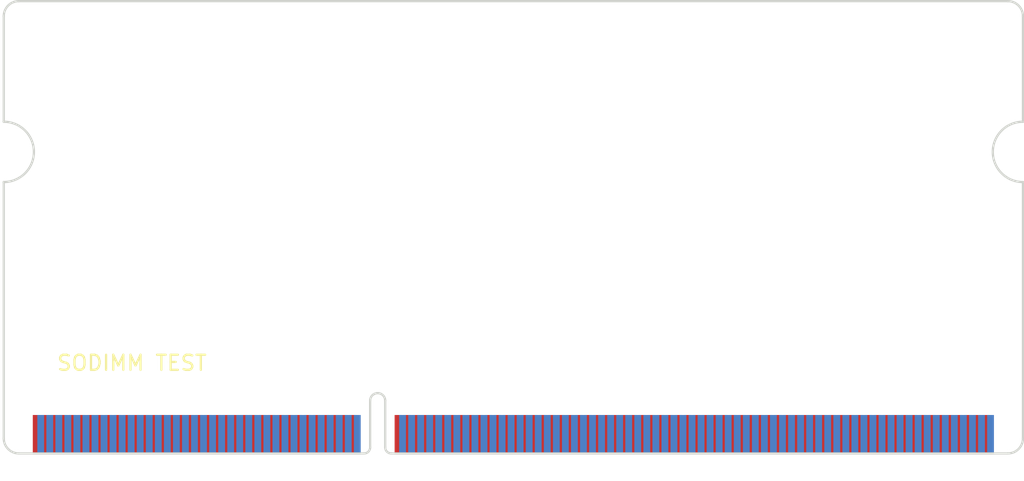
<source format=kicad_pcb>
(kicad_pcb (version 4) (host pcbnew 4.0.6+dfsg1-1)

  (general
    (links 0)
    (no_connects 0)
    (area 49.924999 49.924999 117.675001 80.075001)
    (thickness 1.6)
    (drawings 18)
    (tracks 0)
    (zones 0)
    (modules 1)
    (nets 1)
  )

  (page A4)
  (layers
    (0 F.Cu signal)
    (31 B.Cu signal)
    (32 B.Adhes user)
    (33 F.Adhes user)
    (34 B.Paste user)
    (35 F.Paste user)
    (36 B.SilkS user)
    (37 F.SilkS user)
    (38 B.Mask user)
    (39 F.Mask user)
    (40 Dwgs.User user)
    (41 Cmts.User user)
    (42 Eco1.User user)
    (43 Eco2.User user)
    (44 Edge.Cuts user)
    (45 Margin user)
    (46 B.CrtYd user)
    (47 F.CrtYd user)
    (48 B.Fab user)
    (49 F.Fab user)
  )

  (setup
    (last_trace_width 0.25)
    (trace_clearance 0.2)
    (zone_clearance 0.508)
    (zone_45_only no)
    (trace_min 0.2)
    (segment_width 0.2)
    (edge_width 0.15)
    (via_size 0.6)
    (via_drill 0.4)
    (via_min_size 0.4)
    (via_min_drill 0.3)
    (uvia_size 0.3)
    (uvia_drill 0.1)
    (uvias_allowed no)
    (uvia_min_size 0.2)
    (uvia_min_drill 0.1)
    (pcb_text_width 0.3)
    (pcb_text_size 1.5 1.5)
    (mod_edge_width 0.15)
    (mod_text_size 1 1)
    (mod_text_width 0.15)
    (pad_size 1.524 1.524)
    (pad_drill 0.762)
    (pad_to_mask_clearance 0.2)
    (aux_axis_origin 0 0)
    (visible_elements FFFFFF7F)
    (pcbplotparams
      (layerselection 0x010e0_80000001)
      (usegerberextensions false)
      (excludeedgelayer true)
      (linewidth 0.100000)
      (plotframeref false)
      (viasonmask false)
      (mode 1)
      (useauxorigin false)
      (hpglpennumber 1)
      (hpglpenspeed 20)
      (hpglpendiameter 15)
      (hpglpenoverlay 2)
      (psnegative false)
      (psa4output false)
      (plotreference true)
      (plotvalue true)
      (plotinvisibletext false)
      (padsonsilk false)
      (subtractmaskfromsilk false)
      (outputformat 1)
      (mirror false)
      (drillshape 0)
      (scaleselection 1)
      (outputdirectory /home/jakob/Desktop/Blarg/))
  )

  (net 0 "")

  (net_class Default "This is the default net class."
    (clearance 0.2)
    (trace_width 0.25)
    (via_dia 0.6)
    (via_drill 0.4)
    (uvia_dia 0.3)
    (uvia_drill 0.1)
  )

  (module SODIMM:SODIMM_DDR3_EDGE (layer F.Cu) (tedit 5ACAB60F) (tstamp 5AD24E53)
    (at 50 80)
    (fp_text reference "SODIMM TEST" (at 8.5 -6) (layer F.SilkS)
      (effects (font (size 1 1) (thickness 0.15)))
    )
    (fp_text value "SODIMM DDR3 EDGE" (at 9.5 1) (layer F.Fab)
      (effects (font (size 1 1) (thickness 0.15)))
    )
    (pad 1 smd rect (at 2.15 -1.3) (size 0.45 2.5) (layers F.Cu F.Mask))
    (pad 2 smd rect (at 2.45 -1.3) (size 0.45 2.5) (layers B.Cu B.Mask))
    (pad 3 smd rect (at 2.75 -1.3) (size 0.45 2.5) (layers F.Cu F.Mask))
    (pad 4 smd rect (at 3.05 -1.3) (size 0.45 2.5) (layers B.Cu B.Mask))
    (pad 5 smd rect (at 3.35 -1.3) (size 0.45 2.5) (layers F.Cu F.Mask))
    (pad 6 smd rect (at 3.65 -1.3) (size 0.45 2.5) (layers B.Cu B.Mask))
    (pad 7 smd rect (at 3.95 -1.3) (size 0.45 2.5) (layers F.Cu F.Mask))
    (pad 8 smd rect (at 4.25 -1.3) (size 0.45 2.5) (layers B.Cu B.Mask))
    (pad 9 smd rect (at 4.55 -1.3) (size 0.45 2.5) (layers F.Cu F.Mask))
    (pad 10 smd rect (at 4.85 -1.3) (size 0.45 2.5) (layers B.Cu B.Mask))
    (pad 11 smd rect (at 5.15 -1.3) (size 0.45 2.5) (layers F.Cu F.Mask))
    (pad 12 smd rect (at 5.45 -1.3) (size 0.45 2.5) (layers B.Cu B.Mask))
    (pad 13 smd rect (at 5.75 -1.3) (size 0.45 2.5) (layers F.Cu F.Mask))
    (pad 14 smd rect (at 6.05 -1.3) (size 0.45 2.5) (layers B.Cu B.Mask))
    (pad 15 smd rect (at 6.35 -1.3) (size 0.45 2.5) (layers F.Cu F.Mask))
    (pad 16 smd rect (at 6.65 -1.3) (size 0.45 2.5) (layers B.Cu B.Mask))
    (pad 17 smd rect (at 6.95 -1.3) (size 0.45 2.5) (layers F.Cu F.Mask))
    (pad 18 smd rect (at 7.25 -1.3) (size 0.45 2.5) (layers B.Cu B.Mask))
    (pad 19 smd rect (at 7.55 -1.3) (size 0.45 2.5) (layers F.Cu F.Mask))
    (pad 20 smd rect (at 7.85 -1.3) (size 0.45 2.5) (layers B.Cu B.Mask))
    (pad 21 smd rect (at 8.15 -1.3) (size 0.45 2.5) (layers F.Cu F.Mask))
    (pad 22 smd rect (at 8.45 -1.3) (size 0.45 2.5) (layers B.Cu B.Mask))
    (pad 23 smd rect (at 8.75 -1.3) (size 0.45 2.5) (layers F.Cu F.Mask))
    (pad 24 smd rect (at 9.05 -1.3) (size 0.45 2.5) (layers B.Cu B.Mask))
    (pad 25 smd rect (at 9.35 -1.3) (size 0.45 2.5) (layers F.Cu F.Mask))
    (pad 26 smd rect (at 9.65 -1.3) (size 0.45 2.5) (layers B.Cu B.Mask))
    (pad 27 smd rect (at 9.95 -1.3) (size 0.45 2.5) (layers F.Cu F.Mask))
    (pad 28 smd rect (at 10.25 -1.3) (size 0.45 2.5) (layers B.Cu B.Mask))
    (pad 29 smd rect (at 10.55 -1.3) (size 0.45 2.5) (layers F.Cu F.Mask))
    (pad 30 smd rect (at 10.85 -1.3) (size 0.45 2.5) (layers B.Cu B.Mask))
    (pad 31 smd rect (at 11.15 -1.3) (size 0.45 2.5) (layers F.Cu F.Mask))
    (pad 32 smd rect (at 11.45 -1.3) (size 0.45 2.5) (layers B.Cu B.Mask))
    (pad 33 smd rect (at 11.75 -1.3) (size 0.45 2.5) (layers F.Cu F.Mask))
    (pad 34 smd rect (at 12.05 -1.3) (size 0.45 2.5) (layers B.Cu B.Mask))
    (pad 35 smd rect (at 12.35 -1.3) (size 0.45 2.5) (layers F.Cu F.Mask))
    (pad 36 smd rect (at 12.65 -1.3) (size 0.45 2.5) (layers B.Cu B.Mask))
    (pad 37 smd rect (at 12.95 -1.3) (size 0.45 2.5) (layers F.Cu F.Mask))
    (pad 38 smd rect (at 13.25 -1.3) (size 0.45 2.5) (layers B.Cu B.Mask))
    (pad 39 smd rect (at 13.55 -1.3) (size 0.45 2.5) (layers F.Cu F.Mask))
    (pad 40 smd rect (at 13.85 -1.3) (size 0.45 2.5) (layers B.Cu B.Mask))
    (pad 41 smd rect (at 14.15 -1.3) (size 0.45 2.5) (layers F.Cu F.Mask))
    (pad 42 smd rect (at 14.45 -1.3) (size 0.45 2.5) (layers B.Cu B.Mask))
    (pad 43 smd rect (at 14.75 -1.3) (size 0.45 2.5) (layers F.Cu F.Mask))
    (pad 44 smd rect (at 15.05 -1.3) (size 0.45 2.5) (layers B.Cu B.Mask))
    (pad 45 smd rect (at 15.35 -1.3) (size 0.45 2.5) (layers F.Cu F.Mask))
    (pad 46 smd rect (at 15.65 -1.3) (size 0.45 2.5) (layers B.Cu B.Mask))
    (pad 47 smd rect (at 15.95 -1.3) (size 0.45 2.5) (layers F.Cu F.Mask))
    (pad 48 smd rect (at 16.25 -1.3) (size 0.45 2.5) (layers B.Cu B.Mask))
    (pad 49 smd rect (at 16.55 -1.3) (size 0.45 2.5) (layers F.Cu F.Mask))
    (pad 50 smd rect (at 16.85 -1.3) (size 0.45 2.5) (layers B.Cu B.Mask))
    (pad 51 smd rect (at 17.15 -1.3) (size 0.45 2.5) (layers F.Cu F.Mask))
    (pad 52 smd rect (at 17.45 -1.3) (size 0.45 2.5) (layers B.Cu B.Mask))
    (pad 53 smd rect (at 17.75 -1.3) (size 0.45 2.5) (layers F.Cu F.Mask))
    (pad 54 smd rect (at 18.05 -1.3) (size 0.45 2.5) (layers B.Cu B.Mask))
    (pad 55 smd rect (at 18.35 -1.3) (size 0.45 2.5) (layers F.Cu F.Mask))
    (pad 56 smd rect (at 18.65 -1.3) (size 0.45 2.5) (layers B.Cu B.Mask))
    (pad 57 smd rect (at 18.95 -1.3) (size 0.45 2.5) (layers F.Cu F.Mask))
    (pad 58 smd rect (at 19.25 -1.3) (size 0.45 2.5) (layers B.Cu B.Mask))
    (pad 59 smd rect (at 19.55 -1.3) (size 0.45 2.5) (layers F.Cu F.Mask))
    (pad 60 smd rect (at 19.85 -1.3) (size 0.45 2.5) (layers B.Cu B.Mask))
    (pad 61 smd rect (at 20.15 -1.3) (size 0.45 2.5) (layers F.Cu F.Mask))
    (pad 62 smd rect (at 20.45 -1.3) (size 0.45 2.5) (layers B.Cu B.Mask))
    (pad 63 smd rect (at 20.75 -1.3) (size 0.45 2.5) (layers F.Cu F.Mask))
    (pad 64 smd rect (at 21.05 -1.3) (size 0.45 2.5) (layers B.Cu B.Mask))
    (pad 65 smd rect (at 21.35 -1.3) (size 0.45 2.5) (layers F.Cu F.Mask))
    (pad 66 smd rect (at 21.65 -1.3) (size 0.45 2.5) (layers B.Cu B.Mask))
    (pad 67 smd rect (at 21.95 -1.3) (size 0.45 2.5) (layers F.Cu F.Mask))
    (pad 68 smd rect (at 22.25 -1.3) (size 0.45 2.5) (layers B.Cu B.Mask))
    (pad 69 smd rect (at 22.55 -1.3) (size 0.45 2.5) (layers F.Cu F.Mask))
    (pad 70 smd rect (at 22.85 -1.3) (size 0.45 2.5) (layers B.Cu B.Mask))
    (pad 71 smd rect (at 23.15 -1.3) (size 0.45 2.5) (layers F.Cu F.Mask))
    (pad 72 smd rect (at 23.45 -1.3) (size 0.45 2.5) (layers B.Cu B.Mask))
    (pad 73 smd rect (at 26.15 -1.3) (size 0.45 2.5) (layers F.Cu F.Mask))
    (pad 74 smd rect (at 26.45 -1.3) (size 0.45 2.5) (layers B.Cu B.Mask))
    (pad 75 smd rect (at 26.75 -1.3) (size 0.45 2.5) (layers F.Cu F.Mask))
    (pad 76 smd rect (at 27.05 -1.3) (size 0.45 2.5) (layers B.Cu B.Mask))
    (pad 77 smd rect (at 27.35 -1.3) (size 0.45 2.5) (layers F.Cu F.Mask))
    (pad 78 smd rect (at 27.65 -1.3) (size 0.45 2.5) (layers B.Cu B.Mask))
    (pad 79 smd rect (at 27.95 -1.3) (size 0.45 2.5) (layers F.Cu F.Mask))
    (pad 80 smd rect (at 28.25 -1.3) (size 0.45 2.5) (layers B.Cu B.Mask))
    (pad 81 smd rect (at 28.55 -1.3) (size 0.45 2.5) (layers F.Cu F.Mask))
    (pad 82 smd rect (at 28.85 -1.3) (size 0.45 2.5) (layers B.Cu B.Mask))
    (pad 83 smd rect (at 29.15 -1.3) (size 0.45 2.5) (layers F.Cu F.Mask))
    (pad 84 smd rect (at 29.45 -1.3) (size 0.45 2.5) (layers B.Cu B.Mask))
    (pad 85 smd rect (at 29.75 -1.3) (size 0.45 2.5) (layers F.Cu F.Mask))
    (pad 86 smd rect (at 30.05 -1.3) (size 0.45 2.5) (layers B.Cu B.Mask))
    (pad 87 smd rect (at 30.35 -1.3) (size 0.45 2.5) (layers F.Cu F.Mask))
    (pad 88 smd rect (at 30.65 -1.3) (size 0.45 2.5) (layers B.Cu B.Mask))
    (pad 89 smd rect (at 30.95 -1.3) (size 0.45 2.5) (layers F.Cu F.Mask))
    (pad 90 smd rect (at 31.25 -1.3) (size 0.45 2.5) (layers B.Cu B.Mask))
    (pad 91 smd rect (at 31.55 -1.3) (size 0.45 2.5) (layers F.Cu F.Mask))
    (pad 92 smd rect (at 31.85 -1.3) (size 0.45 2.5) (layers B.Cu B.Mask))
    (pad 93 smd rect (at 32.15 -1.3) (size 0.45 2.5) (layers F.Cu F.Mask))
    (pad 94 smd rect (at 32.45 -1.3) (size 0.45 2.5) (layers B.Cu B.Mask))
    (pad 95 smd rect (at 32.75 -1.3) (size 0.45 2.5) (layers F.Cu F.Mask))
    (pad 96 smd rect (at 33.05 -1.3) (size 0.45 2.5) (layers B.Cu B.Mask))
    (pad 97 smd rect (at 33.35 -1.3) (size 0.45 2.5) (layers F.Cu F.Mask))
    (pad 98 smd rect (at 33.65 -1.3) (size 0.45 2.5) (layers B.Cu B.Mask))
    (pad 99 smd rect (at 33.95 -1.3) (size 0.45 2.5) (layers F.Cu F.Mask))
    (pad 100 smd rect (at 34.25 -1.3) (size 0.45 2.5) (layers B.Cu B.Mask))
    (pad 101 smd rect (at 34.55 -1.3) (size 0.45 2.5) (layers F.Cu F.Mask))
    (pad 102 smd rect (at 34.85 -1.3) (size 0.45 2.5) (layers B.Cu B.Mask))
    (pad 103 smd rect (at 35.15 -1.3) (size 0.45 2.5) (layers F.Cu F.Mask))
    (pad 104 smd rect (at 35.45 -1.3) (size 0.45 2.5) (layers B.Cu B.Mask))
    (pad 105 smd rect (at 35.75 -1.3) (size 0.45 2.5) (layers F.Cu F.Mask))
    (pad 106 smd rect (at 36.05 -1.3) (size 0.45 2.5) (layers B.Cu B.Mask))
    (pad 107 smd rect (at 36.35 -1.3) (size 0.45 2.5) (layers F.Cu F.Mask))
    (pad 108 smd rect (at 36.65 -1.3) (size 0.45 2.5) (layers B.Cu B.Mask))
    (pad 109 smd rect (at 36.95 -1.3) (size 0.45 2.5) (layers F.Cu F.Mask))
    (pad 110 smd rect (at 37.25 -1.3) (size 0.45 2.5) (layers B.Cu B.Mask))
    (pad 111 smd rect (at 37.55 -1.3) (size 0.45 2.5) (layers F.Cu F.Mask))
    (pad 112 smd rect (at 37.85 -1.3) (size 0.45 2.5) (layers B.Cu B.Mask))
    (pad 113 smd rect (at 38.15 -1.3) (size 0.45 2.5) (layers F.Cu F.Mask))
    (pad 114 smd rect (at 38.45 -1.3) (size 0.45 2.5) (layers B.Cu B.Mask))
    (pad 115 smd rect (at 38.75 -1.3) (size 0.45 2.5) (layers F.Cu F.Mask))
    (pad 116 smd rect (at 39.05 -1.3) (size 0.45 2.5) (layers B.Cu B.Mask))
    (pad 117 smd rect (at 39.35 -1.3) (size 0.45 2.5) (layers F.Cu F.Mask))
    (pad 118 smd rect (at 39.65 -1.3) (size 0.45 2.5) (layers B.Cu B.Mask))
    (pad 119 smd rect (at 39.95 -1.3) (size 0.45 2.5) (layers F.Cu F.Mask))
    (pad 120 smd rect (at 40.25 -1.3) (size 0.45 2.5) (layers B.Cu B.Mask))
    (pad 121 smd rect (at 40.55 -1.3) (size 0.45 2.5) (layers F.Cu F.Mask))
    (pad 122 smd rect (at 40.85 -1.3) (size 0.45 2.5) (layers B.Cu B.Mask))
    (pad 123 smd rect (at 41.15 -1.3) (size 0.45 2.5) (layers F.Cu F.Mask))
    (pad 124 smd rect (at 41.45 -1.3) (size 0.45 2.5) (layers B.Cu B.Mask))
    (pad 125 smd rect (at 41.75 -1.3) (size 0.45 2.5) (layers F.Cu F.Mask))
    (pad 126 smd rect (at 42.05 -1.3) (size 0.45 2.5) (layers B.Cu B.Mask))
    (pad 127 smd rect (at 42.35 -1.3) (size 0.45 2.5) (layers F.Cu F.Mask))
    (pad 128 smd rect (at 42.65 -1.3) (size 0.45 2.5) (layers B.Cu B.Mask))
    (pad 129 smd rect (at 42.95 -1.3) (size 0.45 2.5) (layers F.Cu F.Mask))
    (pad 130 smd rect (at 43.25 -1.3) (size 0.45 2.5) (layers B.Cu B.Mask))
    (pad 131 smd rect (at 43.55 -1.3) (size 0.45 2.5) (layers F.Cu F.Mask))
    (pad 132 smd rect (at 43.85 -1.3) (size 0.45 2.5) (layers B.Cu B.Mask))
    (pad 133 smd rect (at 44.15 -1.3) (size 0.45 2.5) (layers F.Cu F.Mask))
    (pad 134 smd rect (at 44.45 -1.3) (size 0.45 2.5) (layers B.Cu B.Mask))
    (pad 135 smd rect (at 44.75 -1.3) (size 0.45 2.5) (layers F.Cu F.Mask))
    (pad 136 smd rect (at 45.05 -1.3) (size 0.45 2.5) (layers B.Cu B.Mask))
    (pad 137 smd rect (at 45.35 -1.3) (size 0.45 2.5) (layers F.Cu F.Mask))
    (pad 138 smd rect (at 45.65 -1.3) (size 0.45 2.5) (layers B.Cu B.Mask))
    (pad 139 smd rect (at 45.95 -1.3) (size 0.45 2.5) (layers F.Cu F.Mask))
    (pad 140 smd rect (at 46.25 -1.3) (size 0.45 2.5) (layers B.Cu B.Mask))
    (pad 141 smd rect (at 46.55 -1.3) (size 0.45 2.5) (layers F.Cu F.Mask))
    (pad 142 smd rect (at 46.85 -1.3) (size 0.45 2.5) (layers B.Cu B.Mask))
    (pad 143 smd rect (at 47.15 -1.3) (size 0.45 2.5) (layers F.Cu F.Mask))
    (pad 144 smd rect (at 47.45 -1.3) (size 0.45 2.5) (layers B.Cu B.Mask))
    (pad 145 smd rect (at 47.75 -1.3) (size 0.45 2.5) (layers F.Cu F.Mask))
    (pad 146 smd rect (at 48.05 -1.3) (size 0.45 2.5) (layers B.Cu B.Mask))
    (pad 147 smd rect (at 48.35 -1.3) (size 0.45 2.5) (layers F.Cu F.Mask))
    (pad 148 smd rect (at 48.65 -1.3) (size 0.45 2.5) (layers B.Cu B.Mask))
    (pad 149 smd rect (at 48.95 -1.3) (size 0.45 2.5) (layers F.Cu F.Mask))
    (pad 150 smd rect (at 49.25 -1.3) (size 0.45 2.5) (layers B.Cu B.Mask))
    (pad 151 smd rect (at 49.55 -1.3) (size 0.45 2.5) (layers F.Cu F.Mask))
    (pad 152 smd rect (at 49.85 -1.3) (size 0.45 2.5) (layers B.Cu B.Mask))
    (pad 153 smd rect (at 50.15 -1.3) (size 0.45 2.5) (layers F.Cu F.Mask))
    (pad 154 smd rect (at 50.45 -1.3) (size 0.45 2.5) (layers B.Cu B.Mask))
    (pad 155 smd rect (at 50.75 -1.3) (size 0.45 2.5) (layers F.Cu F.Mask))
    (pad 156 smd rect (at 51.05 -1.3) (size 0.45 2.5) (layers B.Cu B.Mask))
    (pad 157 smd rect (at 51.35 -1.3) (size 0.45 2.5) (layers F.Cu F.Mask))
    (pad 158 smd rect (at 51.65 -1.3) (size 0.45 2.5) (layers B.Cu B.Mask))
    (pad 159 smd rect (at 51.95 -1.3) (size 0.45 2.5) (layers F.Cu F.Mask))
    (pad 160 smd rect (at 52.25 -1.3) (size 0.45 2.5) (layers B.Cu B.Mask))
    (pad 161 smd rect (at 52.55 -1.3) (size 0.45 2.5) (layers F.Cu F.Mask))
    (pad 162 smd rect (at 52.85 -1.3) (size 0.45 2.5) (layers B.Cu B.Mask))
    (pad 163 smd rect (at 53.15 -1.3) (size 0.45 2.5) (layers F.Cu F.Mask))
    (pad 164 smd rect (at 53.45 -1.3) (size 0.45 2.5) (layers B.Cu B.Mask))
    (pad 165 smd rect (at 53.75 -1.3) (size 0.45 2.5) (layers F.Cu F.Mask))
    (pad 166 smd rect (at 54.05 -1.3) (size 0.45 2.5) (layers B.Cu B.Mask))
    (pad 167 smd rect (at 54.35 -1.3) (size 0.45 2.5) (layers F.Cu F.Mask))
    (pad 168 smd rect (at 54.65 -1.3) (size 0.45 2.5) (layers B.Cu B.Mask))
    (pad 169 smd rect (at 54.95 -1.3) (size 0.45 2.5) (layers F.Cu F.Mask))
    (pad 170 smd rect (at 55.25 -1.3) (size 0.45 2.5) (layers B.Cu B.Mask))
    (pad 171 smd rect (at 55.55 -1.3) (size 0.45 2.5) (layers F.Cu F.Mask))
    (pad 172 smd rect (at 55.85 -1.3) (size 0.45 2.5) (layers B.Cu B.Mask))
    (pad 173 smd rect (at 56.15 -1.3) (size 0.45 2.5) (layers F.Cu F.Mask))
    (pad 174 smd rect (at 56.45 -1.3) (size 0.45 2.5) (layers B.Cu B.Mask))
    (pad 175 smd rect (at 56.75 -1.3) (size 0.45 2.5) (layers F.Cu F.Mask))
    (pad 176 smd rect (at 57.05 -1.3) (size 0.45 2.5) (layers B.Cu B.Mask))
    (pad 177 smd rect (at 57.35 -1.3) (size 0.45 2.5) (layers F.Cu F.Mask))
    (pad 178 smd rect (at 57.65 -1.3) (size 0.45 2.5) (layers B.Cu B.Mask))
    (pad 179 smd rect (at 57.95 -1.3) (size 0.45 2.5) (layers F.Cu F.Mask))
    (pad 180 smd rect (at 58.25 -1.3) (size 0.45 2.5) (layers B.Cu B.Mask))
    (pad 181 smd rect (at 58.55 -1.3) (size 0.45 2.5) (layers F.Cu F.Mask))
    (pad 182 smd rect (at 58.85 -1.3) (size 0.45 2.5) (layers B.Cu B.Mask))
    (pad 183 smd rect (at 59.15 -1.3) (size 0.45 2.5) (layers F.Cu F.Mask))
    (pad 184 smd rect (at 59.45 -1.3) (size 0.45 2.5) (layers B.Cu B.Mask))
    (pad 185 smd rect (at 59.75 -1.3) (size 0.45 2.5) (layers F.Cu F.Mask))
    (pad 186 smd rect (at 60.05 -1.3) (size 0.45 2.5) (layers B.Cu B.Mask))
    (pad 187 smd rect (at 60.35 -1.3) (size 0.45 2.5) (layers F.Cu F.Mask))
    (pad 188 smd rect (at 60.65 -1.3) (size 0.45 2.5) (layers B.Cu B.Mask))
    (pad 189 smd rect (at 60.95 -1.3) (size 0.45 2.5) (layers F.Cu F.Mask))
    (pad 190 smd rect (at 61.25 -1.3) (size 0.45 2.5) (layers B.Cu B.Mask))
    (pad 191 smd rect (at 61.55 -1.3) (size 0.45 2.5) (layers F.Cu F.Mask))
    (pad 192 smd rect (at 61.85 -1.3) (size 0.45 2.5) (layers B.Cu B.Mask))
    (pad 193 smd rect (at 62.15 -1.3) (size 0.45 2.5) (layers F.Cu F.Mask))
    (pad 194 smd rect (at 62.45 -1.3) (size 0.45 2.5) (layers B.Cu B.Mask))
    (pad 195 smd rect (at 62.75 -1.3) (size 0.45 2.5) (layers F.Cu F.Mask))
    (pad 196 smd rect (at 63.05 -1.3) (size 0.45 2.5) (layers B.Cu B.Mask))
    (pad 197 smd rect (at 63.35 -1.3) (size 0.45 2.5) (layers F.Cu F.Mask))
    (pad 198 smd rect (at 63.65 -1.3) (size 0.45 2.5) (layers B.Cu B.Mask))
    (pad 199 smd rect (at 63.95 -1.3) (size 0.45 2.5) (layers F.Cu F.Mask))
    (pad 200 smd rect (at 64.25 -1.3) (size 0.45 2.5) (layers B.Cu B.Mask))
    (pad 201 smd rect (at 64.55 -1.3) (size 0.45 2.5) (layers F.Cu F.Mask))
    (pad 202 smd rect (at 64.85 -1.3) (size 0.45 2.5) (layers B.Cu B.Mask))
    (pad 203 smd rect (at 65.15 -1.3) (size 0.45 2.5) (layers F.Cu F.Mask))
    (pad 204 smd rect (at 65.45 -1.3) (size 0.45 2.5) (layers B.Cu B.Mask))
    (pad "" np_thru_hole circle (at 2 -6) (size 1.8 1.8) (drill 1.8) (layers *.Cu *.Mask))
    (pad "" np_thru_hole circle (at 65.6 -6) (size 1.8 1.8) (drill 1.8) (layers *.Cu *.Mask))
  )

  (gr_arc (start 74.8 76.5) (end 74.3 76.5) (angle 180) (layer Edge.Cuts) (width 0.15))
  (gr_arc (start 116.6 79) (end 117.6 79) (angle 90) (layer Edge.Cuts) (width 0.15))
  (gr_arc (start 116.6 51) (end 116.6 50) (angle 90) (layer Edge.Cuts) (width 0.15))
  (gr_arc (start 51 51) (end 50 51) (angle 90) (layer Edge.Cuts) (width 0.15))
  (gr_arc (start 51 79) (end 51 80) (angle 90) (layer Edge.Cuts) (width 0.15))
  (gr_arc (start 75.7 79.6) (end 75.7 80) (angle 90) (layer Edge.Cuts) (width 0.15))
  (gr_arc (start 73.9 79.6) (end 74.3 79.6) (angle 90) (layer Edge.Cuts) (width 0.15))
  (gr_line (start 51 80) (end 73.9 80) (layer Edge.Cuts) (width 0.15))
  (gr_line (start 75.3 76.5) (end 75.3 79.6) (layer Edge.Cuts) (width 0.15))
  (gr_line (start 74.3 76.5) (end 74.3 79.6) (layer Edge.Cuts) (width 0.15))
  (gr_line (start 117.6 58) (end 117.6 51) (layer Edge.Cuts) (width 0.15))
  (gr_arc (start 117.6 60) (end 117.6 62) (angle 180) (layer Edge.Cuts) (width 0.15))
  (gr_line (start 50 51) (end 50 58) (layer Edge.Cuts) (width 0.15))
  (gr_line (start 116.6 50) (end 51 50) (layer Edge.Cuts) (width 0.15))
  (gr_arc (start 50 60) (end 50 58) (angle 180) (layer Edge.Cuts) (width 0.15))
  (gr_line (start 117.6 62) (end 117.6 79) (layer Edge.Cuts) (width 0.15))
  (gr_line (start 75.7 80) (end 116.6 80) (layer Edge.Cuts) (width 0.15))
  (gr_line (start 50 62) (end 50 79) (layer Edge.Cuts) (width 0.15))

  (zone (net 0) (net_name "") (layer F.Mask) (tstamp 0) (hatch edge 0.508)
    (connect_pads (clearance 0.508))
    (min_thickness 0.254)
    (fill yes (arc_segments 16) (thermal_gap 0.508) (thermal_bridge_width 0.508))
    (polygon
      (pts
        (xy 73 77.25) (xy 76 77.25) (xy 76 80.15) (xy 73 80.15)
      )
    )
    (filled_polygon
      (pts
        (xy 75.873 80.023) (xy 73.127 80.023) (xy 73.127 77.377) (xy 75.873 77.377)
      )
    )
  )
  (zone (net 0) (net_name "") (layer B.Mask) (tstamp 0) (hatch edge 0.508)
    (connect_pads (clearance 0.508))
    (min_thickness 0.254)
    (fill yes (arc_segments 16) (thermal_gap 0.508) (thermal_bridge_width 0.508))
    (polygon
      (pts
        (xy 73.5 77.25) (xy 76.5 77.25) (xy 76.5 80.15) (xy 73.5 80.15)
      )
    )
    (filled_polygon
      (pts
        (xy 76.373 80.023) (xy 73.627 80.023) (xy 73.627 77.377) (xy 76.373 77.377)
      )
    )
  )
)

</source>
